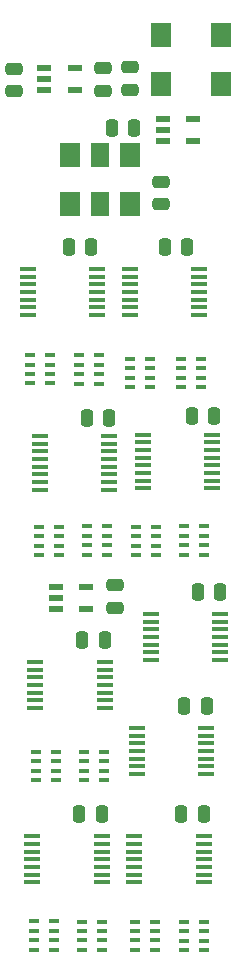
<source format=gtp>
%TF.GenerationSoftware,KiCad,Pcbnew,9.0.7-9.0.7~ubuntu24.04.1*%
%TF.CreationDate,2026-02-19T11:05:43+02:00*%
%TF.ProjectId,Triple MPU Clock Generator,54726970-6c65-4204-9d50-5520436c6f63,V1*%
%TF.SameCoordinates,Original*%
%TF.FileFunction,Paste,Top*%
%TF.FilePolarity,Positive*%
%FSLAX46Y46*%
G04 Gerber Fmt 4.6, Leading zero omitted, Abs format (unit mm)*
G04 Created by KiCad (PCBNEW 9.0.7-9.0.7~ubuntu24.04.1) date 2026-02-19 11:05:43*
%MOMM*%
%LPD*%
G01*
G04 APERTURE LIST*
G04 Aperture macros list*
%AMRoundRect*
0 Rectangle with rounded corners*
0 $1 Rounding radius*
0 $2 $3 $4 $5 $6 $7 $8 $9 X,Y pos of 4 corners*
0 Add a 4 corners polygon primitive as box body*
4,1,4,$2,$3,$4,$5,$6,$7,$8,$9,$2,$3,0*
0 Add four circle primitives for the rounded corners*
1,1,$1+$1,$2,$3*
1,1,$1+$1,$4,$5*
1,1,$1+$1,$6,$7*
1,1,$1+$1,$8,$9*
0 Add four rect primitives between the rounded corners*
20,1,$1+$1,$2,$3,$4,$5,0*
20,1,$1+$1,$4,$5,$6,$7,0*
20,1,$1+$1,$6,$7,$8,$9,0*
20,1,$1+$1,$8,$9,$2,$3,0*%
G04 Aperture macros list end*
%ADD10R,1.800000X2.000000*%
%ADD11R,1.250000X0.600000*%
%ADD12RoundRect,0.250000X0.475000X-0.250000X0.475000X0.250000X-0.475000X0.250000X-0.475000X-0.250000X0*%
%ADD13RoundRect,0.250000X-0.250000X-0.475000X0.250000X-0.475000X0.250000X0.475000X-0.250000X0.475000X0*%
%ADD14RoundRect,0.250000X0.250000X0.475000X-0.250000X0.475000X-0.250000X-0.475000X0.250000X-0.475000X0*%
%ADD15R,0.950000X0.450000*%
%ADD16R,1.600000X2.000000*%
%ADD17R,1.150000X0.600000*%
%ADD18R,0.900000X0.450000*%
%ADD19R,1.475000X0.450000*%
%ADD20R,1.450000X0.450000*%
%ADD21RoundRect,0.250000X-0.475000X0.250000X-0.475000X-0.250000X0.475000X-0.250000X0.475000X0.250000X0*%
G04 APERTURE END LIST*
D10*
%TO.C,Y2*%
X14986000Y59000D03*
X20066000Y59000D03*
X20066000Y4259000D03*
X14986000Y4259000D03*
%TD*%
D11*
%TO.C,IC8*%
X15153000Y-2860000D03*
X15153000Y-3810000D03*
X15153000Y-4760000D03*
X17653000Y-4760000D03*
X17653000Y-2860000D03*
%TD*%
D12*
%TO.C,C15*%
X12319000Y-426000D03*
X12319000Y1474000D03*
%TD*%
D13*
%TO.C,C9*%
X10800000Y-3683000D03*
X12700000Y-3683000D03*
%TD*%
D14*
%TO.C,C4*%
X10205000Y-47020000D03*
X8305000Y-47020000D03*
%TD*%
D12*
%TO.C,C10*%
X2540000Y-553000D03*
X2540000Y1347000D03*
%TD*%
D15*
%TO.C,CN2*%
X14009000Y-25603200D03*
X14009000Y-24803200D03*
X14009000Y-24003200D03*
X14009000Y-23203200D03*
X12309000Y-23203200D03*
X12309000Y-24003200D03*
X12309000Y-24803200D03*
X12309000Y-25603200D03*
%TD*%
D10*
%TO.C,Y1*%
X7239000Y-10101000D03*
D16*
X9779000Y-10101000D03*
D10*
X12319000Y-10101000D03*
X12319000Y-5901000D03*
D16*
X9779000Y-5901000D03*
D10*
X7239000Y-5901000D03*
%TD*%
D17*
%TO.C,IC1*%
X5050000Y1458000D03*
X5050000Y508000D03*
X5050000Y-442000D03*
X7650000Y-442000D03*
X7650000Y1458000D03*
%TD*%
D14*
%TO.C,C12*%
X18587000Y-61722000D03*
X16687000Y-61722000D03*
%TD*%
%TO.C,C14*%
X19476000Y-28067000D03*
X17576000Y-28067000D03*
%TD*%
D18*
%TO.C,RN3*%
X3849000Y-22880800D03*
X3849000Y-23680800D03*
X3849000Y-24480800D03*
X3849000Y-25280800D03*
X5549000Y-25280800D03*
X5549000Y-24480800D03*
X5549000Y-23680800D03*
X5549000Y-22880800D03*
%TD*%
D19*
%TO.C,IC3*%
X4340000Y-48850000D03*
X4340000Y-49500000D03*
X4340000Y-50150000D03*
X4340000Y-50800000D03*
X4340000Y-51450000D03*
X4340000Y-52100000D03*
X4340000Y-52750000D03*
X10216000Y-52750000D03*
X10216000Y-52100000D03*
X10216000Y-51450000D03*
X10216000Y-50800000D03*
X10216000Y-50150000D03*
X10216000Y-49500000D03*
X10216000Y-48850000D03*
%TD*%
D14*
%TO.C,C6*%
X17190000Y-13716000D03*
X15290000Y-13716000D03*
%TD*%
%TO.C,C7*%
X9951000Y-61722000D03*
X8051000Y-61722000D03*
%TD*%
D18*
%TO.C,RN7*%
X10160000Y-58877200D03*
X10160000Y-58077200D03*
X10160000Y-57277200D03*
X10160000Y-56477200D03*
X8460000Y-56477200D03*
X8460000Y-57277200D03*
X8460000Y-58077200D03*
X8460000Y-58877200D03*
%TD*%
D19*
%TO.C,IC4*%
X4064000Y-63627000D03*
X4064000Y-64277000D03*
X4064000Y-64927000D03*
X4064000Y-65577000D03*
X4064000Y-66227000D03*
X4064000Y-66877000D03*
X4064000Y-67527000D03*
X9940000Y-67527000D03*
X9940000Y-66877000D03*
X9940000Y-66227000D03*
X9940000Y-65577000D03*
X9940000Y-64927000D03*
X9940000Y-64277000D03*
X9940000Y-63627000D03*
%TD*%
%TO.C,IC2*%
X12302000Y-15576000D03*
X12302000Y-16226000D03*
X12302000Y-16876000D03*
X12302000Y-17526000D03*
X12302000Y-18176000D03*
X12302000Y-18826000D03*
X12302000Y-19476000D03*
X18178000Y-19476000D03*
X18178000Y-18826000D03*
X18178000Y-18176000D03*
X18178000Y-17526000D03*
X18178000Y-16876000D03*
X18178000Y-16226000D03*
X18178000Y-15576000D03*
%TD*%
D14*
%TO.C,C2*%
X9062000Y-13716000D03*
X7162000Y-13716000D03*
%TD*%
D15*
%TO.C,CN8*%
X6350000Y-39807999D03*
X6350000Y-39007999D03*
X6350000Y-38207999D03*
X6350000Y-37407999D03*
X4650000Y-37407999D03*
X4650000Y-38207999D03*
X4650000Y-39007999D03*
X4650000Y-39807999D03*
%TD*%
D12*
%TO.C,C11*%
X10033000Y-487000D03*
X10033000Y1413000D03*
%TD*%
D18*
%TO.C,RN2*%
X16930000Y-37388800D03*
X16930000Y-38188800D03*
X16930000Y-38988800D03*
X16930000Y-39788800D03*
X18630000Y-39788800D03*
X18630000Y-38988800D03*
X18630000Y-38188800D03*
X18630000Y-37388800D03*
%TD*%
D19*
%TO.C,IC6*%
X14080000Y-44786000D03*
X14080000Y-45436000D03*
X14080000Y-46086000D03*
X14080000Y-46736000D03*
X14080000Y-47386000D03*
X14080000Y-48036000D03*
X14080000Y-48686000D03*
X19956000Y-48686000D03*
X19956000Y-48036000D03*
X19956000Y-47386000D03*
X19956000Y-46736000D03*
X19956000Y-46086000D03*
X19956000Y-45436000D03*
X19956000Y-44786000D03*
%TD*%
D20*
%TO.C,IC7*%
X13458000Y-29602000D03*
X13458000Y-30252000D03*
X13458000Y-30902000D03*
X13458000Y-31552000D03*
X13458000Y-32202000D03*
X13458000Y-32852000D03*
X13458000Y-33502000D03*
X13458000Y-34152000D03*
X19308000Y-34152000D03*
X19308000Y-33502000D03*
X19308000Y-32852000D03*
X19308000Y-32202000D03*
X19308000Y-31552000D03*
X19308000Y-30902000D03*
X19308000Y-30252000D03*
X19308000Y-29602000D03*
%TD*%
D18*
%TO.C,RN6*%
X18376000Y-25603200D03*
X18376000Y-24803200D03*
X18376000Y-24003200D03*
X18376000Y-23203200D03*
X16676000Y-23203200D03*
X16676000Y-24003200D03*
X16676000Y-24803200D03*
X16676000Y-25603200D03*
%TD*%
D19*
%TO.C,IC10*%
X12937000Y-54438000D03*
X12937000Y-55088000D03*
X12937000Y-55738000D03*
X12937000Y-56388000D03*
X12937000Y-57038000D03*
X12937000Y-57688000D03*
X12937000Y-58338000D03*
X18813000Y-58338000D03*
X18813000Y-57688000D03*
X18813000Y-57038000D03*
X18813000Y-56388000D03*
X18813000Y-55738000D03*
X18813000Y-55088000D03*
X18813000Y-54438000D03*
%TD*%
D18*
%TO.C,RN8*%
X4230000Y-70815800D03*
X4230000Y-71615800D03*
X4230000Y-72415800D03*
X4230000Y-73215800D03*
X5930000Y-73215800D03*
X5930000Y-72415800D03*
X5930000Y-71615800D03*
X5930000Y-70815800D03*
%TD*%
D19*
%TO.C,IC5*%
X12700000Y-63627000D03*
X12700000Y-64277000D03*
X12700000Y-64927000D03*
X12700000Y-65577000D03*
X12700000Y-66227000D03*
X12700000Y-66877000D03*
X12700000Y-67527000D03*
X18576000Y-67527000D03*
X18576000Y-66877000D03*
X18576000Y-66227000D03*
X18576000Y-65577000D03*
X18576000Y-64927000D03*
X18576000Y-64277000D03*
X18576000Y-63627000D03*
%TD*%
D15*
%TO.C,CN5*%
X14478000Y-73235000D03*
X14478000Y-72435000D03*
X14478000Y-71635000D03*
X14478000Y-70835000D03*
X12778000Y-70835000D03*
X12778000Y-71635000D03*
X12778000Y-72435000D03*
X12778000Y-73235000D03*
%TD*%
D21*
%TO.C,C8*%
X14986000Y-8210000D03*
X14986000Y-10110000D03*
%TD*%
D15*
%TO.C,CN1*%
X8040000Y-22900000D03*
X8040000Y-23700000D03*
X8040000Y-24500000D03*
X8040000Y-25300000D03*
X9740000Y-25300000D03*
X9740000Y-24500000D03*
X9740000Y-23700000D03*
X9740000Y-22900000D03*
%TD*%
%TO.C,CN7*%
X14566000Y-39807999D03*
X14566000Y-39007999D03*
X14566000Y-38207999D03*
X14566000Y-37407999D03*
X12866000Y-37407999D03*
X12866000Y-38207999D03*
X12866000Y-39007999D03*
X12866000Y-39807999D03*
%TD*%
D20*
%TO.C,IC11*%
X4695000Y-29729000D03*
X4695000Y-30379000D03*
X4695000Y-31029000D03*
X4695000Y-31679000D03*
X4695000Y-32329000D03*
X4695000Y-32979000D03*
X4695000Y-33629000D03*
X4695000Y-34279000D03*
X10545000Y-34279000D03*
X10545000Y-33629000D03*
X10545000Y-32979000D03*
X10545000Y-32329000D03*
X10545000Y-31679000D03*
X10545000Y-31029000D03*
X10545000Y-30379000D03*
X10545000Y-29729000D03*
%TD*%
D11*
%TO.C,IC12*%
X6116000Y-42484000D03*
X6116000Y-43434000D03*
X6116000Y-44384000D03*
X8616000Y-44384000D03*
X8616000Y-42484000D03*
%TD*%
D14*
%TO.C,C13*%
X10586000Y-28194000D03*
X8686000Y-28194000D03*
%TD*%
D18*
%TO.C,RN9*%
X18630000Y-73254200D03*
X18630000Y-72454200D03*
X18630000Y-71654200D03*
X18630000Y-70854200D03*
X16930000Y-70854200D03*
X16930000Y-71654200D03*
X16930000Y-72454200D03*
X16930000Y-73254200D03*
%TD*%
D15*
%TO.C,CN3*%
X6096000Y-58858000D03*
X6096000Y-58058000D03*
X6096000Y-57258000D03*
X6096000Y-56458000D03*
X4396000Y-56458000D03*
X4396000Y-57258000D03*
X4396000Y-58058000D03*
X4396000Y-58858000D03*
%TD*%
D14*
%TO.C,C3*%
X18841000Y-52578000D03*
X16941000Y-52578000D03*
%TD*%
%TO.C,C5*%
X19984000Y-42926000D03*
X18084000Y-42926000D03*
%TD*%
D19*
%TO.C,IC13*%
X3666000Y-15576000D03*
X3666000Y-16226000D03*
X3666000Y-16876000D03*
X3666000Y-17526000D03*
X3666000Y-18176000D03*
X3666000Y-18826000D03*
X3666000Y-19476000D03*
X9542000Y-19476000D03*
X9542000Y-18826000D03*
X9542000Y-18176000D03*
X9542000Y-17526000D03*
X9542000Y-16876000D03*
X9542000Y-16226000D03*
X9542000Y-15576000D03*
%TD*%
D15*
%TO.C,CN4*%
X8294000Y-70835000D03*
X8294000Y-71635000D03*
X8294000Y-72435000D03*
X8294000Y-73235000D03*
X9994000Y-73235000D03*
X9994000Y-72435000D03*
X9994000Y-71635000D03*
X9994000Y-70835000D03*
%TD*%
D18*
%TO.C,RN4*%
X8713999Y-37388799D03*
X8713999Y-38188799D03*
X8713999Y-38988799D03*
X8713999Y-39788799D03*
X10413999Y-39788799D03*
X10413999Y-38988799D03*
X10413999Y-38188799D03*
X10413999Y-37388799D03*
%TD*%
D21*
%TO.C,C1*%
X11049000Y-42373000D03*
X11049000Y-44273000D03*
%TD*%
M02*

</source>
